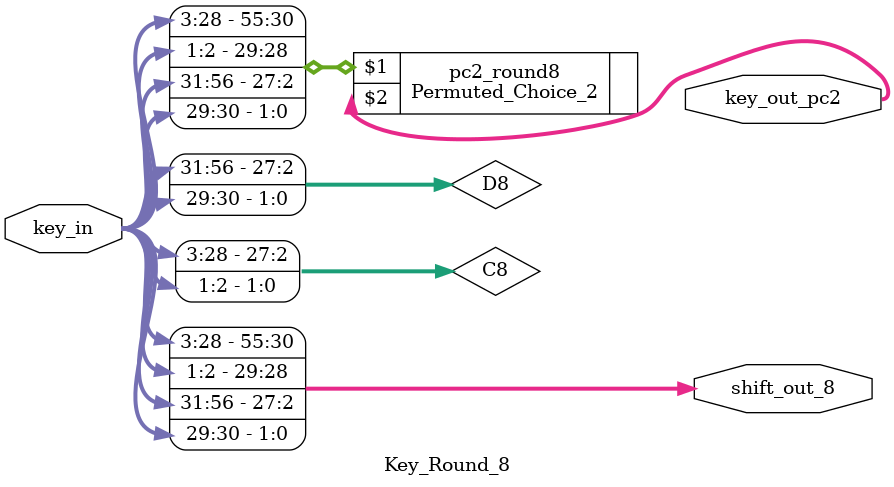
<source format=v>
`timescale 1ns / 1ps
module Key_Round_8(
    input [1:56] key_in,
    output [1:56] shift_out_8,
    output [1:48] key_out_pc2
    );

wire [1:28] C8,D8;
assign C8={key_in[3:28],key_in[1:2]};
assign D8={key_in[31:56],key_in[29:30]};
assign shift_out_8={C8,D8};

Permuted_Choice_2 pc2_round8(shift_out_8, key_out_pc2);
endmodule

</source>
